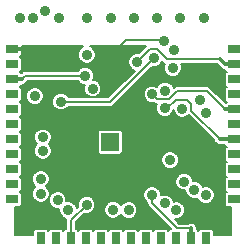
<source format=gbr>
G04 This is an RS-274x file exported by *
G04 gerbv version 2.6.0 *
G04 More information is available about gerbv at *
G04 http://gerbv.gpleda.org/ *
G04 --End of header info--*
%MOIN*%
%FSLAX34Y34*%
%IPPOS*%
G04 --Define apertures--*
%ADD10C,0.0039*%
%ADD11R,0.0600X0.0600*%
%ADD12R,0.0276X0.0394*%
%ADD13R,0.0394X0.0276*%
%ADD14C,0.0350*%
%ADD15C,0.0080*%
%ADD16C,0.0140*%
%ADD17C,0.0081*%
G04 --Start main section--*
G54D11*
G01X-000433Y-001594D03*
G54D12*
G01X0002750Y-004793D03*
G01X0002250Y-004793D03*
G54D10*
G36*
G01X-003897Y0001362D02*
G01X-003897Y0001637D01*
G01X-003503Y0001637D01*
G01X-003503Y0001362D01*
G01X-003897Y0001362D01*
G01X-003897Y0001362D01*
G37*
G36*
G01X-003897Y-003637D02*
G01X-003897Y-003362D01*
G01X-003503Y-003362D01*
G01X-003503Y-003637D01*
G01X-003897Y-003637D01*
G01X-003897Y-003637D01*
G37*
G36*
G01X-003897Y0000862D02*
G01X-003897Y0001137D01*
G01X-003503Y0001137D01*
G01X-003503Y0000862D01*
G01X-003897Y0000862D01*
G01X-003897Y0000862D01*
G37*
G36*
G01X-003897Y0000362D02*
G01X-003897Y0000637D01*
G01X-003503Y0000637D01*
G01X-003503Y0000362D01*
G01X-003897Y0000362D01*
G01X-003897Y0000362D01*
G37*
G36*
G01X-003897Y-000137D02*
G01X-003897Y0000137D01*
G01X-003503Y0000137D01*
G01X-003503Y-000137D01*
G01X-003897Y-000137D01*
G01X-003897Y-000137D01*
G37*
G36*
G01X-003897Y-000637D02*
G01X-003897Y-000362D01*
G01X-003503Y-000362D01*
G01X-003503Y-000637D01*
G01X-003897Y-000637D01*
G01X-003897Y-000637D01*
G37*
G36*
G01X-003897Y-001137D02*
G01X-003897Y-000862D01*
G01X-003503Y-000862D01*
G01X-003503Y-001137D01*
G01X-003897Y-001137D01*
G01X-003897Y-001137D01*
G37*
G36*
G01X-003897Y-001637D02*
G01X-003897Y-001362D01*
G01X-003503Y-001362D01*
G01X-003503Y-001637D01*
G01X-003897Y-001637D01*
G01X-003897Y-001637D01*
G37*
G36*
G01X-003897Y-002137D02*
G01X-003897Y-001862D01*
G01X-003503Y-001862D01*
G01X-003503Y-002137D01*
G01X-003897Y-002137D01*
G01X-003897Y-002137D01*
G37*
G36*
G01X-003897Y-002637D02*
G01X-003897Y-002362D01*
G01X-003503Y-002362D01*
G01X-003503Y-002637D01*
G01X-003897Y-002637D01*
G01X-003897Y-002637D01*
G37*
G36*
G01X-003897Y-003137D02*
G01X-003897Y-002862D01*
G01X-003503Y-002862D01*
G01X-003503Y-003137D01*
G01X-003897Y-003137D01*
G01X-003897Y-003137D01*
G37*
G54D12*
G01X-002750Y-004793D03*
G01X-002250Y-004793D03*
G01X-001750Y-004793D03*
G01X-001250Y-004793D03*
G01X-000750Y-004793D03*
G01X-000250Y-004793D03*
G01X0000250Y-004793D03*
G01X0000750Y-004793D03*
G01X0001250Y-004793D03*
G01X0001750Y-004793D03*
G54D13*
G01X0003700Y0001500D03*
G01X0003700Y-003500D03*
G01X0003700Y-003000D03*
G01X0003700Y-002500D03*
G01X0003700Y-002000D03*
G01X0003700Y-001500D03*
G01X0003700Y-001000D03*
G01X0003700Y-000500D03*
G01X0003700Y0000000D03*
G01X0003700Y0000500D03*
G01X0003700Y0001000D03*
G54D14*
G01X-002377Y0000267D03*
G01X0001964Y-000937D03*
G01X0001355Y0001778D03*
G01X0001897Y0002555D03*
G01X-001196Y0002555D03*
G01X-001224Y0001321D03*
G01X-000421Y0002555D03*
G01X0000354Y0002555D03*
G01X0001137Y0002555D03*
G01X0002677Y0002555D03*
G01X-003460Y0002555D03*
G01X-003027Y0002555D03*
G01X-002149Y0002555D03*
G01X-002618Y0002763D03*
G01X0002024Y-002909D03*
G01X0002755Y-000617D03*
G01X-001228Y-003677D03*
G01X0001011Y0001196D03*
G01X-002078Y-000242D03*
G01X0001643Y0000879D03*
G01X0001969Y-000484D03*
G01X-002192Y-003523D03*
G01X-000338Y-003852D03*
G01X0000173Y-003862D03*
G01X-002755Y-002830D03*
G01X-002751Y-003314D03*
G01X0000963Y-003364D03*
G01X0001381Y-003636D03*
G01X0002751Y-003362D03*
G01X0002358Y-003185D03*
G01X0001562Y-002193D03*
G01X0002540Y-000187D03*
G01X0001378Y-000461D03*
G01X0001399Y0000128D03*
G01X0000969Y-000001D03*
G01X0000459Y0001077D03*
G01X-001270Y0000612D03*
G01X-002690Y-001437D03*
G01X-001026Y0000192D03*
G01X0001699Y0001483D03*
G01X-001834Y-003866D03*
G01X-002956Y-000064D03*
G01X0001760Y-003866D03*
G01X-002684Y-001875D03*
G54D15*
G01X-002377Y0000267D02*
G01X-002377Y-000730D01*
G01X-002377Y-000730D02*
G01X-002171Y-000937D01*
G01X-002377Y0000267D02*
G01X-002084Y0000267D01*
G01X-002084Y0000267D02*
G01X-001875Y0000058D01*
G54D16*
G01X-003759Y0001500D02*
G01X-003751Y0001507D01*
G01X-003751Y0001507D02*
G01X-003383Y0001507D01*
G54D15*
G01X-002171Y-000937D02*
G01X0001964Y-000937D01*
G01X-003759Y0001507D02*
G01X-003383Y0001507D01*
G01X-001714Y-000102D02*
G01X-001875Y0000058D01*
G01X-000903Y-000102D02*
G01X-001714Y-000102D01*
G01X-000719Y0000082D02*
G01X-000903Y-000102D01*
G01X-000719Y0000985D02*
G01X-000719Y0000082D01*
G01X-002861Y0000985D02*
G01X-003383Y0001507D01*
G01X-000719Y0000985D02*
G01X-002861Y0000985D01*
G01X0000102Y0001807D02*
G01X-000719Y0000985D01*
G01X0001327Y0001807D02*
G01X0000102Y0001807D01*
G01X0001355Y0001778D02*
G01X0001327Y0001807D01*
G01X-001750Y-004852D02*
G01X-001750Y-004198D01*
G01X-001750Y-004198D02*
G01X-001228Y-003677D01*
G01X-000447Y-000262D02*
G01X0001011Y0001196D01*
G01X-002058Y-000262D02*
G01X-000447Y-000262D01*
G01X-002078Y-000242D02*
G01X-002058Y-000262D01*
G54D16*
G01X0002250Y-004852D02*
G01X0002250Y-004468D01*
G54D15*
G01X0002250Y-004844D02*
G01X0002250Y-004468D01*
G01X0000963Y-003636D02*
G01X0000963Y-003364D01*
G01X0001795Y-004468D02*
G01X0000963Y-003636D01*
G01X0002250Y-004468D02*
G01X0001795Y-004468D01*
G54D16*
G01X0003759Y-001500D02*
G01X0003214Y-001500D01*
G01X0003214Y-001500D02*
G01X0003206Y-001492D01*
G54D15*
G01X0003206Y-001492D02*
G01X0003759Y-001492D01*
G01X0002264Y-000549D02*
G01X0003206Y-001492D01*
G01X0002264Y-000332D02*
G01X0002264Y-000549D01*
G01X0002106Y-000175D02*
G01X0002264Y-000332D01*
G01X0001739Y-000175D02*
G01X0002106Y-000175D01*
G01X0001453Y-000461D02*
G01X0001739Y-000175D01*
G01X0001378Y-000461D02*
G01X0001453Y-000461D01*
G54D16*
G01X0003759Y-000500D02*
G01X0003391Y-000500D01*
G01X0003391Y-000500D02*
G01X0003383Y-000492D01*
G54D15*
G01X0003759Y-000492D02*
G01X0003383Y-000492D01*
G01X0002781Y0000110D02*
G01X0003383Y-000492D01*
G01X0001798Y0000110D02*
G01X0002781Y0000110D01*
G01X0001521Y-000166D02*
G01X0001798Y0000110D01*
G01X0001133Y-000166D02*
G01X0001521Y-000166D01*
G01X0000969Y-000001D02*
G01X0001133Y-000166D01*
G01X0000459Y0001077D02*
G01X0000463Y0001077D01*
G01X0000463Y0001077D02*
G01X0000897Y0001511D01*
G54D16*
G01X0003759Y0001000D02*
G01X0003391Y0001000D01*
G01X0003391Y0001000D02*
G01X0003217Y0001174D01*
G54D15*
G01X0003759Y0001007D02*
G01X0003383Y0001007D01*
G01X0001113Y0001511D02*
G01X0000897Y0001511D01*
G01X0001451Y0001174D02*
G01X0001113Y0001511D01*
G01X0003217Y0001174D02*
G01X0001451Y0001174D01*
G01X0003383Y0001007D02*
G01X0003217Y0001174D01*
G54D16*
G01X-003759Y0000500D02*
G01X-003391Y0000500D01*
G01X-003391Y0000500D02*
G01X-003383Y0000507D01*
G54D15*
G01X-003759Y0000507D02*
G01X-003383Y0000507D01*
G01X-003278Y0000612D02*
G01X-001270Y0000612D01*
G01X-003383Y0000507D02*
G01X-003278Y0000612D01*
G54D10*
G36*
G01X0000755Y0001597D02*
G01X0000527Y0001369D01*
G01X0000518Y0001373D01*
G01X0000400Y0001373D01*
G01X0000291Y0001328D01*
G01X0000208Y0001245D01*
G01X0000163Y0001136D01*
G01X0000162Y0001018D01*
G01X0000207Y0000909D01*
G01X0000291Y0000826D01*
G01X0000377Y0000790D01*
G01X-000514Y-000101D01*
G01X-000963Y-000101D01*
G01X-000858Y-000058D01*
G01X-000775Y0000024D01*
G01X-000730Y0000133D01*
G01X-000730Y0000251D01*
G01X-000775Y0000360D01*
G01X-000858Y0000443D01*
G01X-000967Y0000489D01*
G01X-001001Y0000489D01*
G01X-000974Y0000553D01*
G01X-000974Y0000671D01*
G01X-001019Y0000780D01*
G01X-001102Y0000864D01*
G01X-001211Y0000909D01*
G01X-001329Y0000909D01*
G01X-001438Y0000864D01*
G01X-001521Y0000781D01*
G01X-001524Y0000774D01*
G01X-003278Y0000774D01*
G01X-003340Y0000762D01*
G01X-003392Y0000727D01*
G01X-003407Y0000712D01*
G01X-003435Y0000740D01*
G01X-003457Y0000750D01*
G01X-003435Y0000759D01*
G01X-003401Y0000793D01*
G01X-003382Y0000838D01*
G01X-003382Y0000886D01*
G01X-003382Y0001161D01*
G01X-003401Y0001206D01*
G01X-003435Y0001240D01*
G01X-003457Y0001250D01*
G01X-003435Y0001259D01*
G01X-003401Y0001293D01*
G01X-003382Y0001338D01*
G01X-003382Y0001386D01*
G01X-003382Y0001597D01*
G01X-001333Y0001597D01*
G01X-001391Y0001573D01*
G01X-001475Y0001489D01*
G01X-001520Y0001381D01*
G01X-001520Y0001263D01*
G01X-001475Y0001154D01*
G01X-001392Y0001070D01*
G01X-001283Y0001025D01*
G01X-001165Y0001025D01*
G01X-001056Y0001070D01*
G01X-000973Y0001153D01*
G01X-000928Y0001262D01*
G01X-000927Y0001380D01*
G01X-000972Y0001489D01*
G01X-001056Y0001572D01*
G01X-001115Y0001597D01*
G01X0000755Y0001597D01*
G01X0000755Y0001597D01*
G37*
G54D17*
G01X0000755Y0001597D02*
G01X0000527Y0001369D01*
G01X0000527Y0001369D02*
G01X0000518Y0001373D01*
G01X0000518Y0001373D02*
G01X0000400Y0001373D01*
G01X0000400Y0001373D02*
G01X0000291Y0001328D01*
G01X0000291Y0001328D02*
G01X0000208Y0001245D01*
G01X0000208Y0001245D02*
G01X0000163Y0001136D01*
G01X0000163Y0001136D02*
G01X0000162Y0001018D01*
G01X0000162Y0001018D02*
G01X0000207Y0000909D01*
G01X0000207Y0000909D02*
G01X0000291Y0000826D01*
G01X0000291Y0000826D02*
G01X0000377Y0000790D01*
G01X0000377Y0000790D02*
G01X-000514Y-000101D01*
G01X-000514Y-000101D02*
G01X-000963Y-000101D01*
G01X-000963Y-000101D02*
G01X-000858Y-000058D01*
G01X-000858Y-000058D02*
G01X-000775Y0000024D01*
G01X-000775Y0000024D02*
G01X-000730Y0000133D01*
G01X-000730Y0000133D02*
G01X-000730Y0000251D01*
G01X-000730Y0000251D02*
G01X-000775Y0000360D01*
G01X-000775Y0000360D02*
G01X-000858Y0000443D01*
G01X-000858Y0000443D02*
G01X-000967Y0000489D01*
G01X-000967Y0000489D02*
G01X-001001Y0000489D01*
G01X-001001Y0000489D02*
G01X-000974Y0000553D01*
G01X-000974Y0000553D02*
G01X-000974Y0000671D01*
G01X-000974Y0000671D02*
G01X-001019Y0000780D01*
G01X-001019Y0000780D02*
G01X-001102Y0000864D01*
G01X-001102Y0000864D02*
G01X-001211Y0000909D01*
G01X-001211Y0000909D02*
G01X-001329Y0000909D01*
G01X-001329Y0000909D02*
G01X-001438Y0000864D01*
G01X-001438Y0000864D02*
G01X-001521Y0000781D01*
G01X-001521Y0000781D02*
G01X-001524Y0000774D01*
G01X-001524Y0000774D02*
G01X-003278Y0000774D01*
G01X-003278Y0000774D02*
G01X-003340Y0000762D01*
G01X-003340Y0000762D02*
G01X-003392Y0000727D01*
G01X-003392Y0000727D02*
G01X-003407Y0000712D01*
G01X-003407Y0000712D02*
G01X-003435Y0000740D01*
G01X-003435Y0000740D02*
G01X-003457Y0000750D01*
G01X-003457Y0000750D02*
G01X-003435Y0000759D01*
G01X-003435Y0000759D02*
G01X-003401Y0000793D01*
G01X-003401Y0000793D02*
G01X-003382Y0000838D01*
G01X-003382Y0000838D02*
G01X-003382Y0000886D01*
G01X-003382Y0000886D02*
G01X-003382Y0001161D01*
G01X-003382Y0001161D02*
G01X-003401Y0001206D01*
G01X-003401Y0001206D02*
G01X-003435Y0001240D01*
G01X-003435Y0001240D02*
G01X-003457Y0001250D01*
G01X-003457Y0001250D02*
G01X-003435Y0001259D01*
G01X-003435Y0001259D02*
G01X-003401Y0001293D01*
G01X-003401Y0001293D02*
G01X-003382Y0001338D01*
G01X-003382Y0001338D02*
G01X-003382Y0001386D01*
G01X-003382Y0001386D02*
G01X-003382Y0001597D01*
G01X-003382Y0001597D02*
G01X-001333Y0001597D01*
G01X-001333Y0001597D02*
G01X-001391Y0001573D01*
G01X-001391Y0001573D02*
G01X-001475Y0001489D01*
G01X-001475Y0001489D02*
G01X-001520Y0001381D01*
G01X-001520Y0001381D02*
G01X-001520Y0001263D01*
G01X-001520Y0001263D02*
G01X-001475Y0001154D01*
G01X-001475Y0001154D02*
G01X-001392Y0001070D01*
G01X-001392Y0001070D02*
G01X-001283Y0001025D01*
G01X-001283Y0001025D02*
G01X-001165Y0001025D01*
G01X-001165Y0001025D02*
G01X-001056Y0001070D01*
G01X-001056Y0001070D02*
G01X-000973Y0001153D01*
G01X-000973Y0001153D02*
G01X-000928Y0001262D01*
G01X-000928Y0001262D02*
G01X-000927Y0001380D01*
G01X-000927Y0001380D02*
G01X-000972Y0001489D01*
G01X-000972Y0001489D02*
G01X-001056Y0001572D01*
G01X-001056Y0001572D02*
G01X-001115Y0001597D01*
G01X-001115Y0001597D02*
G01X0000755Y0001597D01*
G54D10*
G36*
G01X0003585Y-004687D02*
G01X0003048Y-004687D01*
G01X0003048Y-003303D01*
G01X0003003Y-003194D01*
G01X0002920Y-003111D01*
G01X0002811Y-003065D01*
G01X0002693Y-003065D01*
G01X0002638Y-003088D01*
G01X0002609Y-003017D01*
G01X0002526Y-002933D01*
G01X0002417Y-002888D01*
G01X0002320Y-002888D01*
G01X0002320Y-002850D01*
G01X0002275Y-002742D01*
G01X0002192Y-002658D01*
G01X0002083Y-002613D01*
G01X0001965Y-002613D01*
G01X0001858Y-002657D01*
G01X0001858Y-002135D01*
G01X0001813Y-002026D01*
G01X0001730Y-001942D01*
G01X0001621Y-001897D01*
G01X0001503Y-001897D01*
G01X0001394Y-001942D01*
G01X0001311Y-002025D01*
G01X0001266Y-002134D01*
G01X0001266Y-002252D01*
G01X0001311Y-002361D01*
G01X0001394Y-002444D01*
G01X0001503Y-002490D01*
G01X0001621Y-002490D01*
G01X0001730Y-002445D01*
G01X0001813Y-002361D01*
G01X0001858Y-002253D01*
G01X0001858Y-002135D01*
G01X0001858Y-002657D01*
G01X0001856Y-002658D01*
G01X0001773Y-002741D01*
G01X0001728Y-002850D01*
G01X0001728Y-002968D01*
G01X0001773Y-003077D01*
G01X0001856Y-003160D01*
G01X0001965Y-003205D01*
G01X0002061Y-003205D01*
G01X0002061Y-003243D01*
G01X0002106Y-003352D01*
G01X0002190Y-003436D01*
G01X0002299Y-003481D01*
G01X0002416Y-003481D01*
G01X0002471Y-003458D01*
G01X0002500Y-003529D01*
G01X0002583Y-003613D01*
G01X0002692Y-003658D01*
G01X0002810Y-003658D01*
G01X0002919Y-003613D01*
G01X0003003Y-003530D01*
G01X0003048Y-003421D01*
G01X0003048Y-003303D01*
G01X0003048Y-004687D01*
G01X0003009Y-004687D01*
G01X0003009Y-004572D01*
G01X0002990Y-004527D01*
G01X0002956Y-004493D01*
G01X0002911Y-004475D01*
G01X0002863Y-004475D01*
G01X0002588Y-004475D01*
G01X0002543Y-004493D01*
G01X0002509Y-004527D01*
G01X0002500Y-004550D01*
G01X0002490Y-004527D01*
G01X0002456Y-004493D01*
G01X0002441Y-004487D01*
G01X0002441Y-004468D01*
G01X0002426Y-004395D01*
G01X0002385Y-004333D01*
G01X0002323Y-004291D01*
G01X0002250Y-004277D01*
G01X0002176Y-004291D01*
G01X0002153Y-004307D01*
G01X0001862Y-004307D01*
G01X0001717Y-004162D01*
G01X0001818Y-004162D01*
G01X0001927Y-004117D01*
G01X0002011Y-004034D01*
G01X0002056Y-003925D01*
G01X0002056Y-003807D01*
G01X0002011Y-003698D01*
G01X0001928Y-003615D01*
G01X0001819Y-003569D01*
G01X0001701Y-003569D01*
G01X0001677Y-003579D01*
G01X0001677Y-003577D01*
G01X0001632Y-003468D01*
G01X0001549Y-003385D01*
G01X0001440Y-003340D01*
G01X0001322Y-003340D01*
G01X0001260Y-003365D01*
G01X0001260Y-003306D01*
G01X0001215Y-003197D01*
G01X0001131Y-003113D01*
G01X0001023Y-003068D01*
G01X0000905Y-003068D01*
G01X0000796Y-003113D01*
G01X0000712Y-003196D01*
G01X0000667Y-003305D01*
G01X0000667Y-003423D01*
G01X0000712Y-003532D01*
G01X0000795Y-003615D01*
G01X0000802Y-003618D01*
G01X0000802Y-003636D01*
G01X0000814Y-003698D01*
G01X0000849Y-003750D01*
G01X0001578Y-004479D01*
G01X0001543Y-004493D01*
G01X0001509Y-004527D01*
G01X0001500Y-004550D01*
G01X0001490Y-004527D01*
G01X0001456Y-004493D01*
G01X0001411Y-004475D01*
G01X0001363Y-004475D01*
G01X0001088Y-004475D01*
G01X0001043Y-004493D01*
G01X0001009Y-004527D01*
G01X0001000Y-004550D01*
G01X0000990Y-004527D01*
G01X0000956Y-004493D01*
G01X0000911Y-004475D01*
G01X0000863Y-004475D01*
G01X0000588Y-004475D01*
G01X0000543Y-004493D01*
G01X0000509Y-004527D01*
G01X0000500Y-004550D01*
G01X0000490Y-004527D01*
G01X0000470Y-004507D01*
G01X0000470Y-003803D01*
G01X0000425Y-003694D01*
G01X0000341Y-003611D01*
G01X0000232Y-003566D01*
G01X0000115Y-003566D01*
G01X0000006Y-003611D01*
G01X-000011Y-003628D01*
G01X-000011Y-001918D01*
G01X-000011Y-001870D01*
G01X-000011Y-001270D01*
G01X-000030Y-001225D01*
G01X-000064Y-001191D01*
G01X-000108Y-001173D01*
G01X-000157Y-001173D01*
G01X-000757Y-001173D01*
G01X-000801Y-001191D01*
G01X-000835Y-001225D01*
G01X-000854Y-001270D01*
G01X-000854Y-001318D01*
G01X-000854Y-001918D01*
G01X-000835Y-001963D01*
G01X-000801Y-001997D01*
G01X-000757Y-002015D01*
G01X-000708Y-002015D01*
G01X-000108Y-002015D01*
G01X-000064Y-001997D01*
G01X-000030Y-001963D01*
G01X-000011Y-001918D01*
G01X-000011Y-003628D01*
G01X-000077Y-003694D01*
G01X-000080Y-003701D01*
G01X-000087Y-003684D01*
G01X-000170Y-003601D01*
G01X-000279Y-003556D01*
G01X-000397Y-003556D01*
G01X-000506Y-003601D01*
G01X-000589Y-003684D01*
G01X-000635Y-003793D01*
G01X-000635Y-003911D01*
G01X-000590Y-004020D01*
G01X-000506Y-004103D01*
G01X-000398Y-004148D01*
G01X-000280Y-004148D01*
G01X-000171Y-004103D01*
G01X-000087Y-004020D01*
G01X-000084Y-004012D01*
G01X-000077Y-004029D01*
G01X0000005Y-004113D01*
G01X0000114Y-004158D01*
G01X0000232Y-004158D01*
G01X0000341Y-004113D01*
G01X0000424Y-004030D01*
G01X0000469Y-003921D01*
G01X0000470Y-003803D01*
G01X0000470Y-004507D01*
G01X0000456Y-004493D01*
G01X0000411Y-004475D01*
G01X0000363Y-004475D01*
G01X0000088Y-004475D01*
G01X0000043Y-004493D01*
G01X0000009Y-004527D01*
G01X0000000Y-004550D01*
G01X-000009Y-004527D01*
G01X-000043Y-004493D01*
G01X-000088Y-004475D01*
G01X-000136Y-004475D01*
G01X-000411Y-004475D01*
G01X-000456Y-004493D01*
G01X-000490Y-004527D01*
G01X-000500Y-004550D01*
G01X-000509Y-004527D01*
G01X-000543Y-004493D01*
G01X-000588Y-004475D01*
G01X-000636Y-004475D01*
G01X-000911Y-004475D01*
G01X-000956Y-004493D01*
G01X-000990Y-004527D01*
G01X-001000Y-004550D01*
G01X-001009Y-004527D01*
G01X-001043Y-004493D01*
G01X-001088Y-004475D01*
G01X-001136Y-004475D01*
G01X-001411Y-004475D01*
G01X-001456Y-004493D01*
G01X-001490Y-004527D01*
G01X-001500Y-004550D01*
G01X-001509Y-004527D01*
G01X-001543Y-004493D01*
G01X-001588Y-004475D01*
G01X-001588Y-004475D01*
G01X-001588Y-004265D01*
G01X-001293Y-003970D01*
G01X-001287Y-003973D01*
G01X-001169Y-003973D01*
G01X-001060Y-003928D01*
G01X-000977Y-003845D01*
G01X-000932Y-003736D01*
G01X-000931Y-003618D01*
G01X-000977Y-003509D01*
G01X-001060Y-003426D01*
G01X-001169Y-003380D01*
G01X-001287Y-003380D01*
G01X-001395Y-003425D01*
G01X-001479Y-003509D01*
G01X-001524Y-003617D01*
G01X-001524Y-003735D01*
G01X-001521Y-003742D01*
G01X-001552Y-003773D01*
G01X-001583Y-003698D01*
G01X-001666Y-003615D01*
G01X-001775Y-003569D01*
G01X-001893Y-003569D01*
G01X-001896Y-003571D01*
G01X-001896Y-003464D01*
G01X-001941Y-003356D01*
G01X-002024Y-003272D01*
G01X-002133Y-003227D01*
G01X-002251Y-003227D01*
G01X-002360Y-003272D01*
G01X-002388Y-003299D01*
G01X-002388Y-001817D01*
G01X-002433Y-001708D01*
G01X-002487Y-001653D01*
G01X-002438Y-001605D01*
G01X-002393Y-001496D01*
G01X-002393Y-001378D01*
G01X-002438Y-001269D01*
G01X-002521Y-001186D01*
G01X-002630Y-001140D01*
G01X-002660Y-001140D01*
G01X-002660Y-000006D01*
G01X-002705Y0000102D01*
G01X-002788Y0000186D01*
G01X-002897Y0000231D01*
G01X-003015Y0000231D01*
G01X-003124Y0000186D01*
G01X-003207Y0000103D01*
G01X-003252Y-000005D01*
G01X-003252Y-000123D01*
G01X-003207Y-000232D01*
G01X-003124Y-000315D01*
G01X-003015Y-000361D01*
G01X-002897Y-000361D01*
G01X-002788Y-000316D01*
G01X-002705Y-000232D01*
G01X-002660Y-000123D01*
G01X-002660Y-000006D01*
G01X-002660Y-001140D01*
G01X-002748Y-001140D01*
G01X-002857Y-001185D01*
G01X-002941Y-001269D01*
G01X-002986Y-001378D01*
G01X-002986Y-001495D01*
G01X-002941Y-001604D01*
G01X-002887Y-001659D01*
G01X-002935Y-001707D01*
G01X-002980Y-001816D01*
G01X-002980Y-001934D01*
G01X-002935Y-002043D01*
G01X-002852Y-002126D01*
G01X-002743Y-002172D01*
G01X-002625Y-002172D01*
G01X-002516Y-002127D01*
G01X-002433Y-002043D01*
G01X-002388Y-001935D01*
G01X-002388Y-001817D01*
G01X-002388Y-003299D01*
G01X-002443Y-003355D01*
G01X-002455Y-003383D01*
G01X-002455Y-003256D01*
G01X-002500Y-003147D01*
G01X-002577Y-003070D01*
G01X-002504Y-002998D01*
G01X-002459Y-002889D01*
G01X-002459Y-002772D01*
G01X-002504Y-002663D01*
G01X-002587Y-002579D01*
G01X-002696Y-002534D01*
G01X-002814Y-002534D01*
G01X-002923Y-002579D01*
G01X-003006Y-002662D01*
G01X-003052Y-002771D01*
G01X-003052Y-002889D01*
G01X-003007Y-002998D01*
G01X-002930Y-003074D01*
G01X-003003Y-003146D01*
G01X-003048Y-003255D01*
G01X-003048Y-003373D01*
G01X-003003Y-003482D01*
G01X-002920Y-003566D01*
G01X-002811Y-003611D01*
G01X-002693Y-003611D01*
G01X-002584Y-003566D01*
G01X-002500Y-003483D01*
G01X-002455Y-003374D01*
G01X-002455Y-003256D01*
G01X-002455Y-003383D01*
G01X-002489Y-003464D01*
G01X-002489Y-003582D01*
G01X-002444Y-003691D01*
G01X-002360Y-003774D01*
G01X-002252Y-003819D01*
G01X-002134Y-003819D01*
G01X-002130Y-003818D01*
G01X-002130Y-003924D01*
G01X-002085Y-004033D01*
G01X-002002Y-004117D01*
G01X-001903Y-004158D01*
G01X-001911Y-004198D01*
G01X-001911Y-004475D01*
G01X-001911Y-004475D01*
G01X-001956Y-004493D01*
G01X-001990Y-004527D01*
G01X-002000Y-004550D01*
G01X-002009Y-004527D01*
G01X-002043Y-004493D01*
G01X-002088Y-004475D01*
G01X-002136Y-004475D01*
G01X-002411Y-004475D01*
G01X-002456Y-004493D01*
G01X-002490Y-004527D01*
G01X-002500Y-004550D01*
G01X-002509Y-004527D01*
G01X-002543Y-004493D01*
G01X-002588Y-004475D01*
G01X-002636Y-004475D01*
G01X-002911Y-004475D01*
G01X-002956Y-004493D01*
G01X-002990Y-004527D01*
G01X-003009Y-004572D01*
G01X-003009Y-004620D01*
G01X-003009Y-004687D01*
G01X-003597Y-004687D01*
G01X-003597Y-003759D01*
G01X-003479Y-003759D01*
G01X-003435Y-003740D01*
G01X-003401Y-003706D01*
G01X-003382Y-003661D01*
G01X-003382Y-003613D01*
G01X-003382Y-003338D01*
G01X-003401Y-003293D01*
G01X-003435Y-003259D01*
G01X-003457Y-003250D01*
G01X-003435Y-003240D01*
G01X-003401Y-003206D01*
G01X-003382Y-003161D01*
G01X-003382Y-003113D01*
G01X-003382Y-002838D01*
G01X-003401Y-002793D01*
G01X-003435Y-002759D01*
G01X-003457Y-002750D01*
G01X-003435Y-002740D01*
G01X-003401Y-002706D01*
G01X-003382Y-002661D01*
G01X-003382Y-002613D01*
G01X-003382Y-002338D01*
G01X-003401Y-002293D01*
G01X-003435Y-002259D01*
G01X-003457Y-002250D01*
G01X-003435Y-002240D01*
G01X-003401Y-002206D01*
G01X-003382Y-002161D01*
G01X-003382Y-002113D01*
G01X-003382Y-001838D01*
G01X-003401Y-001793D01*
G01X-003435Y-001759D01*
G01X-003457Y-001750D01*
G01X-003435Y-001740D01*
G01X-003401Y-001706D01*
G01X-003382Y-001661D01*
G01X-003382Y-001613D01*
G01X-003382Y-001338D01*
G01X-003401Y-001293D01*
G01X-003435Y-001259D01*
G01X-003457Y-001250D01*
G01X-003435Y-001240D01*
G01X-003401Y-001206D01*
G01X-003382Y-001161D01*
G01X-003382Y-001113D01*
G01X-003382Y-000838D01*
G01X-003401Y-000793D01*
G01X-003435Y-000759D01*
G01X-003457Y-000750D01*
G01X-003435Y-000740D01*
G01X-003401Y-000706D01*
G01X-003382Y-000661D01*
G01X-003382Y-000613D01*
G01X-003382Y-000338D01*
G01X-003401Y-000293D01*
G01X-003435Y-000259D01*
G01X-003457Y-000250D01*
G01X-003435Y-000240D01*
G01X-003401Y-000206D01*
G01X-003382Y-000161D01*
G01X-003382Y-000113D01*
G01X-003382Y0000161D01*
G01X-003401Y0000206D01*
G01X-003435Y0000240D01*
G01X-003457Y0000250D01*
G01X-003435Y0000259D01*
G01X-003401Y0000293D01*
G01X-003394Y0000308D01*
G01X-003391Y0000308D01*
G01X-003318Y0000323D01*
G01X-003256Y0000364D01*
G01X-003248Y0000372D01*
G01X-003207Y0000434D01*
G01X-003203Y0000451D01*
G01X-001524Y0000451D01*
G01X-001521Y0000445D01*
G01X-001438Y0000361D01*
G01X-001329Y0000316D01*
G01X-001295Y0000316D01*
G01X-001322Y0000252D01*
G01X-001322Y0000134D01*
G01X-001277Y0000025D01*
G01X-001194Y-000058D01*
G01X-001089Y-000101D01*
G01X-001816Y-000101D01*
G01X-001827Y-000074D01*
G01X-001910Y0000008D01*
G01X-002019Y0000053D01*
G01X-002137Y0000053D01*
G01X-002246Y0000008D01*
G01X-002329Y-000074D01*
G01X-002374Y-000183D01*
G01X-002375Y-000301D01*
G01X-002330Y-000410D01*
G01X-002246Y-000493D01*
G01X-002137Y-000538D01*
G01X-002020Y-000538D01*
G01X-001911Y-000493D01*
G01X-001841Y-000424D01*
G01X-000447Y-000424D01*
G01X-000386Y-000411D01*
G01X-000333Y-000377D01*
G01X0000946Y0000902D01*
G01X0000952Y0000900D01*
G01X0001070Y0000900D01*
G01X0001179Y0000945D01*
G01X0001262Y0001028D01*
G01X0001293Y0001103D01*
G01X0001337Y0001060D01*
G01X0001385Y0001028D01*
G01X0001347Y0000938D01*
G01X0001347Y0000820D01*
G01X0001392Y0000711D01*
G01X0001475Y0000628D01*
G01X0001584Y0000582D01*
G01X0001702Y0000582D01*
G01X0001811Y0000627D01*
G01X0001894Y0000711D01*
G01X0001940Y0000820D01*
G01X0001940Y0000937D01*
G01X0001909Y0001013D01*
G01X0003108Y0001013D01*
G01X0003256Y0000864D01*
G01X0003318Y0000823D01*
G01X0003391Y0000808D01*
G01X0003394Y0000808D01*
G01X0003401Y0000793D01*
G01X0003435Y0000759D01*
G01X0003457Y0000750D01*
G01X0003435Y0000740D01*
G01X0003401Y0000706D01*
G01X0003382Y0000661D01*
G01X0003382Y0000613D01*
G01X0003382Y0000338D01*
G01X0003401Y0000293D01*
G01X0003435Y0000259D01*
G01X0003457Y0000250D01*
G01X0003435Y0000240D01*
G01X0003401Y0000206D01*
G01X0003382Y0000161D01*
G01X0003382Y0000113D01*
G01X0003382Y-000161D01*
G01X0003401Y-000206D01*
G01X0003435Y-000240D01*
G01X0003457Y-000250D01*
G01X0003435Y-000259D01*
G01X0003407Y-000287D01*
G01X0002895Y0000224D01*
G01X0002842Y0000259D01*
G01X0002781Y0000271D01*
G01X0001798Y0000271D01*
G01X0001798Y0000271D01*
G01X0001736Y0000259D01*
G01X0001684Y0000224D01*
G01X0001681Y0000221D01*
G01X0001650Y0000296D01*
G01X0001567Y0000379D01*
G01X0001458Y0000425D01*
G01X0001340Y0000425D01*
G01X0001231Y0000380D01*
G01X0001148Y0000296D01*
G01X0001129Y0000252D01*
G01X0001028Y0000294D01*
G01X0000910Y0000294D01*
G01X0000801Y0000249D01*
G01X0000718Y0000166D01*
G01X0000673Y0000057D01*
G01X0000672Y-000060D01*
G01X0000717Y-000169D01*
G01X0000801Y-000252D01*
G01X0000910Y-000298D01*
G01X0001027Y-000298D01*
G01X0001039Y-000293D01*
G01X0001071Y-000315D01*
G01X0001115Y-000323D01*
G01X0001082Y-000402D01*
G01X0001082Y-000520D01*
G01X0001127Y-000629D01*
G01X0001210Y-000712D01*
G01X0001319Y-000757D01*
G01X0001437Y-000757D01*
G01X0001546Y-000712D01*
G01X0001629Y-000629D01*
G01X0001672Y-000526D01*
G01X0001672Y-000542D01*
G01X0001717Y-000651D01*
G01X0001800Y-000735D01*
G01X0001909Y-000780D01*
G01X0002027Y-000780D01*
G01X0002136Y-000735D01*
G01X0002179Y-000692D01*
G01X0003024Y-001538D01*
G01X0003029Y-001565D01*
G01X0003071Y-001627D01*
G01X0003079Y-001635D01*
G01X0003141Y-001676D01*
G01X0003214Y-001691D01*
G01X0003394Y-001691D01*
G01X0003401Y-001706D01*
G01X0003435Y-001740D01*
G01X0003457Y-001750D01*
G01X0003435Y-001759D01*
G01X0003401Y-001793D01*
G01X0003382Y-001838D01*
G01X0003382Y-001886D01*
G01X0003382Y-002161D01*
G01X0003401Y-002206D01*
G01X0003435Y-002240D01*
G01X0003457Y-002250D01*
G01X0003435Y-002259D01*
G01X0003401Y-002293D01*
G01X0003382Y-002338D01*
G01X0003382Y-002386D01*
G01X0003382Y-002661D01*
G01X0003401Y-002706D01*
G01X0003435Y-002740D01*
G01X0003457Y-002750D01*
G01X0003435Y-002759D01*
G01X0003401Y-002793D01*
G01X0003382Y-002838D01*
G01X0003382Y-002886D01*
G01X0003382Y-003161D01*
G01X0003401Y-003206D01*
G01X0003435Y-003240D01*
G01X0003457Y-003250D01*
G01X0003435Y-003259D01*
G01X0003401Y-003293D01*
G01X0003382Y-003338D01*
G01X0003382Y-003386D01*
G01X0003382Y-003661D01*
G01X0003401Y-003706D01*
G01X0003435Y-003740D01*
G01X0003479Y-003759D01*
G01X0003528Y-003759D01*
G01X0003585Y-003759D01*
G01X0003585Y-004687D01*
G01X0003585Y-004687D01*
G37*
G54D17*
G01X0003585Y-004687D02*
G01X0003048Y-004687D01*
G01X0003048Y-004687D02*
G01X0003048Y-003303D01*
G01X0003048Y-003303D02*
G01X0003003Y-003194D01*
G01X0003003Y-003194D02*
G01X0002920Y-003111D01*
G01X0002920Y-003111D02*
G01X0002811Y-003065D01*
G01X0002811Y-003065D02*
G01X0002693Y-003065D01*
G01X0002693Y-003065D02*
G01X0002638Y-003088D01*
G01X0002638Y-003088D02*
G01X0002609Y-003017D01*
G01X0002609Y-003017D02*
G01X0002526Y-002933D01*
G01X0002526Y-002933D02*
G01X0002417Y-002888D01*
G01X0002417Y-002888D02*
G01X0002320Y-002888D01*
G01X0002320Y-002888D02*
G01X0002320Y-002850D01*
G01X0002320Y-002850D02*
G01X0002275Y-002742D01*
G01X0002275Y-002742D02*
G01X0002192Y-002658D01*
G01X0002192Y-002658D02*
G01X0002083Y-002613D01*
G01X0002083Y-002613D02*
G01X0001965Y-002613D01*
G01X0001965Y-002613D02*
G01X0001858Y-002657D01*
G01X0001858Y-002657D02*
G01X0001858Y-002135D01*
G01X0001858Y-002135D02*
G01X0001813Y-002026D01*
G01X0001813Y-002026D02*
G01X0001730Y-001942D01*
G01X0001730Y-001942D02*
G01X0001621Y-001897D01*
G01X0001621Y-001897D02*
G01X0001503Y-001897D01*
G01X0001503Y-001897D02*
G01X0001394Y-001942D01*
G01X0001394Y-001942D02*
G01X0001311Y-002025D01*
G01X0001311Y-002025D02*
G01X0001266Y-002134D01*
G01X0001266Y-002134D02*
G01X0001266Y-002252D01*
G01X0001266Y-002252D02*
G01X0001311Y-002361D01*
G01X0001311Y-002361D02*
G01X0001394Y-002444D01*
G01X0001394Y-002444D02*
G01X0001503Y-002490D01*
G01X0001503Y-002490D02*
G01X0001621Y-002490D01*
G01X0001621Y-002490D02*
G01X0001730Y-002445D01*
G01X0001730Y-002445D02*
G01X0001813Y-002361D01*
G01X0001813Y-002361D02*
G01X0001858Y-002253D01*
G01X0001858Y-002253D02*
G01X0001858Y-002135D01*
G01X0001858Y-002135D02*
G01X0001858Y-002657D01*
G01X0001858Y-002657D02*
G01X0001856Y-002658D01*
G01X0001856Y-002658D02*
G01X0001773Y-002741D01*
G01X0001773Y-002741D02*
G01X0001728Y-002850D01*
G01X0001728Y-002850D02*
G01X0001728Y-002968D01*
G01X0001728Y-002968D02*
G01X0001773Y-003077D01*
G01X0001773Y-003077D02*
G01X0001856Y-003160D01*
G01X0001856Y-003160D02*
G01X0001965Y-003205D01*
G01X0001965Y-003205D02*
G01X0002061Y-003205D01*
G01X0002061Y-003205D02*
G01X0002061Y-003243D01*
G01X0002061Y-003243D02*
G01X0002106Y-003352D01*
G01X0002106Y-003352D02*
G01X0002190Y-003436D01*
G01X0002190Y-003436D02*
G01X0002299Y-003481D01*
G01X0002299Y-003481D02*
G01X0002416Y-003481D01*
G01X0002416Y-003481D02*
G01X0002471Y-003458D01*
G01X0002471Y-003458D02*
G01X0002500Y-003529D01*
G01X0002500Y-003529D02*
G01X0002583Y-003613D01*
G01X0002583Y-003613D02*
G01X0002692Y-003658D01*
G01X0002692Y-003658D02*
G01X0002810Y-003658D01*
G01X0002810Y-003658D02*
G01X0002919Y-003613D01*
G01X0002919Y-003613D02*
G01X0003003Y-003530D01*
G01X0003003Y-003530D02*
G01X0003048Y-003421D01*
G01X0003048Y-003421D02*
G01X0003048Y-003303D01*
G01X0003048Y-003303D02*
G01X0003048Y-004687D01*
G01X0003048Y-004687D02*
G01X0003009Y-004687D01*
G01X0003009Y-004687D02*
G01X0003009Y-004572D01*
G01X0003009Y-004572D02*
G01X0002990Y-004527D01*
G01X0002990Y-004527D02*
G01X0002956Y-004493D01*
G01X0002956Y-004493D02*
G01X0002911Y-004475D01*
G01X0002911Y-004475D02*
G01X0002863Y-004475D01*
G01X0002863Y-004475D02*
G01X0002588Y-004475D01*
G01X0002588Y-004475D02*
G01X0002543Y-004493D01*
G01X0002543Y-004493D02*
G01X0002509Y-004527D01*
G01X0002509Y-004527D02*
G01X0002500Y-004550D01*
G01X0002500Y-004550D02*
G01X0002490Y-004527D01*
G01X0002490Y-004527D02*
G01X0002456Y-004493D01*
G01X0002456Y-004493D02*
G01X0002441Y-004487D01*
G01X0002441Y-004487D02*
G01X0002441Y-004468D01*
G01X0002441Y-004468D02*
G01X0002426Y-004395D01*
G01X0002426Y-004395D02*
G01X0002385Y-004333D01*
G01X0002385Y-004333D02*
G01X0002323Y-004291D01*
G01X0002323Y-004291D02*
G01X0002250Y-004277D01*
G01X0002250Y-004277D02*
G01X0002176Y-004291D01*
G01X0002176Y-004291D02*
G01X0002153Y-004307D01*
G01X0002153Y-004307D02*
G01X0001862Y-004307D01*
G01X0001862Y-004307D02*
G01X0001717Y-004162D01*
G01X0001717Y-004162D02*
G01X0001818Y-004162D01*
G01X0001818Y-004162D02*
G01X0001927Y-004117D01*
G01X0001927Y-004117D02*
G01X0002011Y-004034D01*
G01X0002011Y-004034D02*
G01X0002056Y-003925D01*
G01X0002056Y-003925D02*
G01X0002056Y-003807D01*
G01X0002056Y-003807D02*
G01X0002011Y-003698D01*
G01X0002011Y-003698D02*
G01X0001928Y-003615D01*
G01X0001928Y-003615D02*
G01X0001819Y-003569D01*
G01X0001819Y-003569D02*
G01X0001701Y-003569D01*
G01X0001701Y-003569D02*
G01X0001677Y-003579D01*
G01X0001677Y-003579D02*
G01X0001677Y-003577D01*
G01X0001677Y-003577D02*
G01X0001632Y-003468D01*
G01X0001632Y-003468D02*
G01X0001549Y-003385D01*
G01X0001549Y-003385D02*
G01X0001440Y-003340D01*
G01X0001440Y-003340D02*
G01X0001322Y-003340D01*
G01X0001322Y-003340D02*
G01X0001260Y-003365D01*
G01X0001260Y-003365D02*
G01X0001260Y-003306D01*
G01X0001260Y-003306D02*
G01X0001215Y-003197D01*
G01X0001215Y-003197D02*
G01X0001131Y-003113D01*
G01X0001131Y-003113D02*
G01X0001023Y-003068D01*
G01X0001023Y-003068D02*
G01X0000905Y-003068D01*
G01X0000905Y-003068D02*
G01X0000796Y-003113D01*
G01X0000796Y-003113D02*
G01X0000712Y-003196D01*
G01X0000712Y-003196D02*
G01X0000667Y-003305D01*
G01X0000667Y-003305D02*
G01X0000667Y-003423D01*
G01X0000667Y-003423D02*
G01X0000712Y-003532D01*
G01X0000712Y-003532D02*
G01X0000795Y-003615D01*
G01X0000795Y-003615D02*
G01X0000802Y-003618D01*
G01X0000802Y-003618D02*
G01X0000802Y-003636D01*
G01X0000802Y-003636D02*
G01X0000814Y-003698D01*
G01X0000814Y-003698D02*
G01X0000849Y-003750D01*
G01X0000849Y-003750D02*
G01X0001578Y-004479D01*
G01X0001578Y-004479D02*
G01X0001543Y-004493D01*
G01X0001543Y-004493D02*
G01X0001509Y-004527D01*
G01X0001509Y-004527D02*
G01X0001500Y-004550D01*
G01X0001500Y-004550D02*
G01X0001490Y-004527D01*
G01X0001490Y-004527D02*
G01X0001456Y-004493D01*
G01X0001456Y-004493D02*
G01X0001411Y-004475D01*
G01X0001411Y-004475D02*
G01X0001363Y-004475D01*
G01X0001363Y-004475D02*
G01X0001088Y-004475D01*
G01X0001088Y-004475D02*
G01X0001043Y-004493D01*
G01X0001043Y-004493D02*
G01X0001009Y-004527D01*
G01X0001009Y-004527D02*
G01X0001000Y-004550D01*
G01X0001000Y-004550D02*
G01X0000990Y-004527D01*
G01X0000990Y-004527D02*
G01X0000956Y-004493D01*
G01X0000956Y-004493D02*
G01X0000911Y-004475D01*
G01X0000911Y-004475D02*
G01X0000863Y-004475D01*
G01X0000863Y-004475D02*
G01X0000588Y-004475D01*
G01X0000588Y-004475D02*
G01X0000543Y-004493D01*
G01X0000543Y-004493D02*
G01X0000509Y-004527D01*
G01X0000509Y-004527D02*
G01X0000500Y-004550D01*
G01X0000500Y-004550D02*
G01X0000490Y-004527D01*
G01X0000490Y-004527D02*
G01X0000470Y-004507D01*
G01X0000470Y-004507D02*
G01X0000470Y-003803D01*
G01X0000470Y-003803D02*
G01X0000425Y-003694D01*
G01X0000425Y-003694D02*
G01X0000341Y-003611D01*
G01X0000341Y-003611D02*
G01X0000232Y-003566D01*
G01X0000232Y-003566D02*
G01X0000115Y-003566D01*
G01X0000115Y-003566D02*
G01X0000006Y-003611D01*
G01X0000006Y-003611D02*
G01X-000011Y-003628D01*
G01X-000011Y-003628D02*
G01X-000011Y-001918D01*
G01X-000011Y-001918D02*
G01X-000011Y-001870D01*
G01X-000011Y-001870D02*
G01X-000011Y-001270D01*
G01X-000011Y-001270D02*
G01X-000030Y-001225D01*
G01X-000030Y-001225D02*
G01X-000064Y-001191D01*
G01X-000064Y-001191D02*
G01X-000108Y-001173D01*
G01X-000108Y-001173D02*
G01X-000157Y-001173D01*
G01X-000157Y-001173D02*
G01X-000757Y-001173D01*
G01X-000757Y-001173D02*
G01X-000801Y-001191D01*
G01X-000801Y-001191D02*
G01X-000835Y-001225D01*
G01X-000835Y-001225D02*
G01X-000854Y-001270D01*
G01X-000854Y-001270D02*
G01X-000854Y-001318D01*
G01X-000854Y-001318D02*
G01X-000854Y-001918D01*
G01X-000854Y-001918D02*
G01X-000835Y-001963D01*
G01X-000835Y-001963D02*
G01X-000801Y-001997D01*
G01X-000801Y-001997D02*
G01X-000757Y-002015D01*
G01X-000757Y-002015D02*
G01X-000708Y-002015D01*
G01X-000708Y-002015D02*
G01X-000108Y-002015D01*
G01X-000108Y-002015D02*
G01X-000064Y-001997D01*
G01X-000064Y-001997D02*
G01X-000030Y-001963D01*
G01X-000030Y-001963D02*
G01X-000011Y-001918D01*
G01X-000011Y-001918D02*
G01X-000011Y-003628D01*
G01X-000011Y-003628D02*
G01X-000077Y-003694D01*
G01X-000077Y-003694D02*
G01X-000080Y-003701D01*
G01X-000080Y-003701D02*
G01X-000087Y-003684D01*
G01X-000087Y-003684D02*
G01X-000170Y-003601D01*
G01X-000170Y-003601D02*
G01X-000279Y-003556D01*
G01X-000279Y-003556D02*
G01X-000397Y-003556D01*
G01X-000397Y-003556D02*
G01X-000506Y-003601D01*
G01X-000506Y-003601D02*
G01X-000589Y-003684D01*
G01X-000589Y-003684D02*
G01X-000635Y-003793D01*
G01X-000635Y-003793D02*
G01X-000635Y-003911D01*
G01X-000635Y-003911D02*
G01X-000590Y-004020D01*
G01X-000590Y-004020D02*
G01X-000506Y-004103D01*
G01X-000506Y-004103D02*
G01X-000398Y-004148D01*
G01X-000398Y-004148D02*
G01X-000280Y-004148D01*
G01X-000280Y-004148D02*
G01X-000171Y-004103D01*
G01X-000171Y-004103D02*
G01X-000087Y-004020D01*
G01X-000087Y-004020D02*
G01X-000084Y-004012D01*
G01X-000084Y-004012D02*
G01X-000077Y-004029D01*
G01X-000077Y-004029D02*
G01X0000005Y-004113D01*
G01X0000005Y-004113D02*
G01X0000114Y-004158D01*
G01X0000114Y-004158D02*
G01X0000232Y-004158D01*
G01X0000232Y-004158D02*
G01X0000341Y-004113D01*
G01X0000341Y-004113D02*
G01X0000424Y-004030D01*
G01X0000424Y-004030D02*
G01X0000469Y-003921D01*
G01X0000469Y-003921D02*
G01X0000470Y-003803D01*
G01X0000470Y-003803D02*
G01X0000470Y-004507D01*
G01X0000470Y-004507D02*
G01X0000456Y-004493D01*
G01X0000456Y-004493D02*
G01X0000411Y-004475D01*
G01X0000411Y-004475D02*
G01X0000363Y-004475D01*
G01X0000363Y-004475D02*
G01X0000088Y-004475D01*
G01X0000088Y-004475D02*
G01X0000043Y-004493D01*
G01X0000043Y-004493D02*
G01X0000009Y-004527D01*
G01X0000009Y-004527D02*
G01X0000000Y-004550D01*
G01X0000000Y-004550D02*
G01X-000009Y-004527D01*
G01X-000009Y-004527D02*
G01X-000043Y-004493D01*
G01X-000043Y-004493D02*
G01X-000088Y-004475D01*
G01X-000088Y-004475D02*
G01X-000136Y-004475D01*
G01X-000136Y-004475D02*
G01X-000411Y-004475D01*
G01X-000411Y-004475D02*
G01X-000456Y-004493D01*
G01X-000456Y-004493D02*
G01X-000490Y-004527D01*
G01X-000490Y-004527D02*
G01X-000500Y-004550D01*
G01X-000500Y-004550D02*
G01X-000509Y-004527D01*
G01X-000509Y-004527D02*
G01X-000543Y-004493D01*
G01X-000543Y-004493D02*
G01X-000588Y-004475D01*
G01X-000588Y-004475D02*
G01X-000636Y-004475D01*
G01X-000636Y-004475D02*
G01X-000911Y-004475D01*
G01X-000911Y-004475D02*
G01X-000956Y-004493D01*
G01X-000956Y-004493D02*
G01X-000990Y-004527D01*
G01X-000990Y-004527D02*
G01X-001000Y-004550D01*
G01X-001000Y-004550D02*
G01X-001009Y-004527D01*
G01X-001009Y-004527D02*
G01X-001043Y-004493D01*
G01X-001043Y-004493D02*
G01X-001088Y-004475D01*
G01X-001088Y-004475D02*
G01X-001136Y-004475D01*
G01X-001136Y-004475D02*
G01X-001411Y-004475D01*
G01X-001411Y-004475D02*
G01X-001456Y-004493D01*
G01X-001456Y-004493D02*
G01X-001490Y-004527D01*
G01X-001490Y-004527D02*
G01X-001500Y-004550D01*
G01X-001500Y-004550D02*
G01X-001509Y-004527D01*
G01X-001509Y-004527D02*
G01X-001543Y-004493D01*
G01X-001543Y-004493D02*
G01X-001588Y-004475D01*
G01X-001588Y-004475D02*
G01X-001588Y-004475D01*
G01X-001588Y-004475D02*
G01X-001588Y-004265D01*
G01X-001588Y-004265D02*
G01X-001293Y-003970D01*
G01X-001293Y-003970D02*
G01X-001287Y-003973D01*
G01X-001287Y-003973D02*
G01X-001169Y-003973D01*
G01X-001169Y-003973D02*
G01X-001060Y-003928D01*
G01X-001060Y-003928D02*
G01X-000977Y-003845D01*
G01X-000977Y-003845D02*
G01X-000932Y-003736D01*
G01X-000932Y-003736D02*
G01X-000931Y-003618D01*
G01X-000931Y-003618D02*
G01X-000977Y-003509D01*
G01X-000977Y-003509D02*
G01X-001060Y-003426D01*
G01X-001060Y-003426D02*
G01X-001169Y-003380D01*
G01X-001169Y-003380D02*
G01X-001287Y-003380D01*
G01X-001287Y-003380D02*
G01X-001395Y-003425D01*
G01X-001395Y-003425D02*
G01X-001479Y-003509D01*
G01X-001479Y-003509D02*
G01X-001524Y-003617D01*
G01X-001524Y-003617D02*
G01X-001524Y-003735D01*
G01X-001524Y-003735D02*
G01X-001521Y-003742D01*
G01X-001521Y-003742D02*
G01X-001552Y-003773D01*
G01X-001552Y-003773D02*
G01X-001583Y-003698D01*
G01X-001583Y-003698D02*
G01X-001666Y-003615D01*
G01X-001666Y-003615D02*
G01X-001775Y-003569D01*
G01X-001775Y-003569D02*
G01X-001893Y-003569D01*
G01X-001893Y-003569D02*
G01X-001896Y-003571D01*
G01X-001896Y-003571D02*
G01X-001896Y-003464D01*
G01X-001896Y-003464D02*
G01X-001941Y-003356D01*
G01X-001941Y-003356D02*
G01X-002024Y-003272D01*
G01X-002024Y-003272D02*
G01X-002133Y-003227D01*
G01X-002133Y-003227D02*
G01X-002251Y-003227D01*
G01X-002251Y-003227D02*
G01X-002360Y-003272D01*
G01X-002360Y-003272D02*
G01X-002388Y-003299D01*
G01X-002388Y-003299D02*
G01X-002388Y-001817D01*
G01X-002388Y-001817D02*
G01X-002433Y-001708D01*
G01X-002433Y-001708D02*
G01X-002487Y-001653D01*
G01X-002487Y-001653D02*
G01X-002438Y-001605D01*
G01X-002438Y-001605D02*
G01X-002393Y-001496D01*
G01X-002393Y-001496D02*
G01X-002393Y-001378D01*
G01X-002393Y-001378D02*
G01X-002438Y-001269D01*
G01X-002438Y-001269D02*
G01X-002521Y-001186D01*
G01X-002521Y-001186D02*
G01X-002630Y-001140D01*
G01X-002630Y-001140D02*
G01X-002660Y-001140D01*
G01X-002660Y-001140D02*
G01X-002660Y-000006D01*
G01X-002660Y-000006D02*
G01X-002705Y0000102D01*
G01X-002705Y0000102D02*
G01X-002788Y0000186D01*
G01X-002788Y0000186D02*
G01X-002897Y0000231D01*
G01X-002897Y0000231D02*
G01X-003015Y0000231D01*
G01X-003015Y0000231D02*
G01X-003124Y0000186D01*
G01X-003124Y0000186D02*
G01X-003207Y0000103D01*
G01X-003207Y0000103D02*
G01X-003252Y-000005D01*
G01X-003252Y-000005D02*
G01X-003252Y-000123D01*
G01X-003252Y-000123D02*
G01X-003207Y-000232D01*
G01X-003207Y-000232D02*
G01X-003124Y-000315D01*
G01X-003124Y-000315D02*
G01X-003015Y-000361D01*
G01X-003015Y-000361D02*
G01X-002897Y-000361D01*
G01X-002897Y-000361D02*
G01X-002788Y-000316D01*
G01X-002788Y-000316D02*
G01X-002705Y-000232D01*
G01X-002705Y-000232D02*
G01X-002660Y-000123D01*
G01X-002660Y-000123D02*
G01X-002660Y-000006D01*
G01X-002660Y-000006D02*
G01X-002660Y-001140D01*
G01X-002660Y-001140D02*
G01X-002748Y-001140D01*
G01X-002748Y-001140D02*
G01X-002857Y-001185D01*
G01X-002857Y-001185D02*
G01X-002941Y-001269D01*
G01X-002941Y-001269D02*
G01X-002986Y-001378D01*
G01X-002986Y-001378D02*
G01X-002986Y-001495D01*
G01X-002986Y-001495D02*
G01X-002941Y-001604D01*
G01X-002941Y-001604D02*
G01X-002887Y-001659D01*
G01X-002887Y-001659D02*
G01X-002935Y-001707D01*
G01X-002935Y-001707D02*
G01X-002980Y-001816D01*
G01X-002980Y-001816D02*
G01X-002980Y-001934D01*
G01X-002980Y-001934D02*
G01X-002935Y-002043D01*
G01X-002935Y-002043D02*
G01X-002852Y-002126D01*
G01X-002852Y-002126D02*
G01X-002743Y-002172D01*
G01X-002743Y-002172D02*
G01X-002625Y-002172D01*
G01X-002625Y-002172D02*
G01X-002516Y-002127D01*
G01X-002516Y-002127D02*
G01X-002433Y-002043D01*
G01X-002433Y-002043D02*
G01X-002388Y-001935D01*
G01X-002388Y-001935D02*
G01X-002388Y-001817D01*
G01X-002388Y-001817D02*
G01X-002388Y-003299D01*
G01X-002388Y-003299D02*
G01X-002443Y-003355D01*
G01X-002443Y-003355D02*
G01X-002455Y-003383D01*
G01X-002455Y-003383D02*
G01X-002455Y-003256D01*
G01X-002455Y-003256D02*
G01X-002500Y-003147D01*
G01X-002500Y-003147D02*
G01X-002577Y-003070D01*
G01X-002577Y-003070D02*
G01X-002504Y-002998D01*
G01X-002504Y-002998D02*
G01X-002459Y-002889D01*
G01X-002459Y-002889D02*
G01X-002459Y-002772D01*
G01X-002459Y-002772D02*
G01X-002504Y-002663D01*
G01X-002504Y-002663D02*
G01X-002587Y-002579D01*
G01X-002587Y-002579D02*
G01X-002696Y-002534D01*
G01X-002696Y-002534D02*
G01X-002814Y-002534D01*
G01X-002814Y-002534D02*
G01X-002923Y-002579D01*
G01X-002923Y-002579D02*
G01X-003006Y-002662D01*
G01X-003006Y-002662D02*
G01X-003052Y-002771D01*
G01X-003052Y-002771D02*
G01X-003052Y-002889D01*
G01X-003052Y-002889D02*
G01X-003007Y-002998D01*
G01X-003007Y-002998D02*
G01X-002930Y-003074D01*
G01X-002930Y-003074D02*
G01X-003003Y-003146D01*
G01X-003003Y-003146D02*
G01X-003048Y-003255D01*
G01X-003048Y-003255D02*
G01X-003048Y-003373D01*
G01X-003048Y-003373D02*
G01X-003003Y-003482D01*
G01X-003003Y-003482D02*
G01X-002920Y-003566D01*
G01X-002920Y-003566D02*
G01X-002811Y-003611D01*
G01X-002811Y-003611D02*
G01X-002693Y-003611D01*
G01X-002693Y-003611D02*
G01X-002584Y-003566D01*
G01X-002584Y-003566D02*
G01X-002500Y-003483D01*
G01X-002500Y-003483D02*
G01X-002455Y-003374D01*
G01X-002455Y-003374D02*
G01X-002455Y-003256D01*
G01X-002455Y-003256D02*
G01X-002455Y-003383D01*
G01X-002455Y-003383D02*
G01X-002489Y-003464D01*
G01X-002489Y-003464D02*
G01X-002489Y-003582D01*
G01X-002489Y-003582D02*
G01X-002444Y-003691D01*
G01X-002444Y-003691D02*
G01X-002360Y-003774D01*
G01X-002360Y-003774D02*
G01X-002252Y-003819D01*
G01X-002252Y-003819D02*
G01X-002134Y-003819D01*
G01X-002134Y-003819D02*
G01X-002130Y-003818D01*
G01X-002130Y-003818D02*
G01X-002130Y-003924D01*
G01X-002130Y-003924D02*
G01X-002085Y-004033D01*
G01X-002085Y-004033D02*
G01X-002002Y-004117D01*
G01X-002002Y-004117D02*
G01X-001903Y-004158D01*
G01X-001903Y-004158D02*
G01X-001911Y-004198D01*
G01X-001911Y-004198D02*
G01X-001911Y-004475D01*
G01X-001911Y-004475D02*
G01X-001911Y-004475D01*
G01X-001911Y-004475D02*
G01X-001956Y-004493D01*
G01X-001956Y-004493D02*
G01X-001990Y-004527D01*
G01X-001990Y-004527D02*
G01X-002000Y-004550D01*
G01X-002000Y-004550D02*
G01X-002009Y-004527D01*
G01X-002009Y-004527D02*
G01X-002043Y-004493D01*
G01X-002043Y-004493D02*
G01X-002088Y-004475D01*
G01X-002088Y-004475D02*
G01X-002136Y-004475D01*
G01X-002136Y-004475D02*
G01X-002411Y-004475D01*
G01X-002411Y-004475D02*
G01X-002456Y-004493D01*
G01X-002456Y-004493D02*
G01X-002490Y-004527D01*
G01X-002490Y-004527D02*
G01X-002500Y-004550D01*
G01X-002500Y-004550D02*
G01X-002509Y-004527D01*
G01X-002509Y-004527D02*
G01X-002543Y-004493D01*
G01X-002543Y-004493D02*
G01X-002588Y-004475D01*
G01X-002588Y-004475D02*
G01X-002636Y-004475D01*
G01X-002636Y-004475D02*
G01X-002911Y-004475D01*
G01X-002911Y-004475D02*
G01X-002956Y-004493D01*
G01X-002956Y-004493D02*
G01X-002990Y-004527D01*
G01X-002990Y-004527D02*
G01X-003009Y-004572D01*
G01X-003009Y-004572D02*
G01X-003009Y-004620D01*
G01X-003009Y-004620D02*
G01X-003009Y-004687D01*
G01X-003009Y-004687D02*
G01X-003597Y-004687D01*
G01X-003597Y-004687D02*
G01X-003597Y-003759D01*
G01X-003597Y-003759D02*
G01X-003479Y-003759D01*
G01X-003479Y-003759D02*
G01X-003435Y-003740D01*
G01X-003435Y-003740D02*
G01X-003401Y-003706D01*
G01X-003401Y-003706D02*
G01X-003382Y-003661D01*
G01X-003382Y-003661D02*
G01X-003382Y-003613D01*
G01X-003382Y-003613D02*
G01X-003382Y-003338D01*
G01X-003382Y-003338D02*
G01X-003401Y-003293D01*
G01X-003401Y-003293D02*
G01X-003435Y-003259D01*
G01X-003435Y-003259D02*
G01X-003457Y-003250D01*
G01X-003457Y-003250D02*
G01X-003435Y-003240D01*
G01X-003435Y-003240D02*
G01X-003401Y-003206D01*
G01X-003401Y-003206D02*
G01X-003382Y-003161D01*
G01X-003382Y-003161D02*
G01X-003382Y-003113D01*
G01X-003382Y-003113D02*
G01X-003382Y-002838D01*
G01X-003382Y-002838D02*
G01X-003401Y-002793D01*
G01X-003401Y-002793D02*
G01X-003435Y-002759D01*
G01X-003435Y-002759D02*
G01X-003457Y-002750D01*
G01X-003457Y-002750D02*
G01X-003435Y-002740D01*
G01X-003435Y-002740D02*
G01X-003401Y-002706D01*
G01X-003401Y-002706D02*
G01X-003382Y-002661D01*
G01X-003382Y-002661D02*
G01X-003382Y-002613D01*
G01X-003382Y-002613D02*
G01X-003382Y-002338D01*
G01X-003382Y-002338D02*
G01X-003401Y-002293D01*
G01X-003401Y-002293D02*
G01X-003435Y-002259D01*
G01X-003435Y-002259D02*
G01X-003457Y-002250D01*
G01X-003457Y-002250D02*
G01X-003435Y-002240D01*
G01X-003435Y-002240D02*
G01X-003401Y-002206D01*
G01X-003401Y-002206D02*
G01X-003382Y-002161D01*
G01X-003382Y-002161D02*
G01X-003382Y-002113D01*
G01X-003382Y-002113D02*
G01X-003382Y-001838D01*
G01X-003382Y-001838D02*
G01X-003401Y-001793D01*
G01X-003401Y-001793D02*
G01X-003435Y-001759D01*
G01X-003435Y-001759D02*
G01X-003457Y-001750D01*
G01X-003457Y-001750D02*
G01X-003435Y-001740D01*
G01X-003435Y-001740D02*
G01X-003401Y-001706D01*
G01X-003401Y-001706D02*
G01X-003382Y-001661D01*
G01X-003382Y-001661D02*
G01X-003382Y-001613D01*
G01X-003382Y-001613D02*
G01X-003382Y-001338D01*
G01X-003382Y-001338D02*
G01X-003401Y-001293D01*
G01X-003401Y-001293D02*
G01X-003435Y-001259D01*
G01X-003435Y-001259D02*
G01X-003457Y-001250D01*
G01X-003457Y-001250D02*
G01X-003435Y-001240D01*
G01X-003435Y-001240D02*
G01X-003401Y-001206D01*
G01X-003401Y-001206D02*
G01X-003382Y-001161D01*
G01X-003382Y-001161D02*
G01X-003382Y-001113D01*
G01X-003382Y-001113D02*
G01X-003382Y-000838D01*
G01X-003382Y-000838D02*
G01X-003401Y-000793D01*
G01X-003401Y-000793D02*
G01X-003435Y-000759D01*
G01X-003435Y-000759D02*
G01X-003457Y-000750D01*
G01X-003457Y-000750D02*
G01X-003435Y-000740D01*
G01X-003435Y-000740D02*
G01X-003401Y-000706D01*
G01X-003401Y-000706D02*
G01X-003382Y-000661D01*
G01X-003382Y-000661D02*
G01X-003382Y-000613D01*
G01X-003382Y-000613D02*
G01X-003382Y-000338D01*
G01X-003382Y-000338D02*
G01X-003401Y-000293D01*
G01X-003401Y-000293D02*
G01X-003435Y-000259D01*
G01X-003435Y-000259D02*
G01X-003457Y-000250D01*
G01X-003457Y-000250D02*
G01X-003435Y-000240D01*
G01X-003435Y-000240D02*
G01X-003401Y-000206D01*
G01X-003401Y-000206D02*
G01X-003382Y-000161D01*
G01X-003382Y-000161D02*
G01X-003382Y-000113D01*
G01X-003382Y-000113D02*
G01X-003382Y0000161D01*
G01X-003382Y0000161D02*
G01X-003401Y0000206D01*
G01X-003401Y0000206D02*
G01X-003435Y0000240D01*
G01X-003435Y0000240D02*
G01X-003457Y0000250D01*
G01X-003457Y0000250D02*
G01X-003435Y0000259D01*
G01X-003435Y0000259D02*
G01X-003401Y0000293D01*
G01X-003401Y0000293D02*
G01X-003394Y0000308D01*
G01X-003394Y0000308D02*
G01X-003391Y0000308D01*
G01X-003391Y0000308D02*
G01X-003318Y0000323D01*
G01X-003318Y0000323D02*
G01X-003256Y0000364D01*
G01X-003256Y0000364D02*
G01X-003248Y0000372D01*
G01X-003248Y0000372D02*
G01X-003207Y0000434D01*
G01X-003207Y0000434D02*
G01X-003203Y0000451D01*
G01X-003203Y0000451D02*
G01X-001524Y0000451D01*
G01X-001524Y0000451D02*
G01X-001521Y0000445D01*
G01X-001521Y0000445D02*
G01X-001438Y0000361D01*
G01X-001438Y0000361D02*
G01X-001329Y0000316D01*
G01X-001329Y0000316D02*
G01X-001295Y0000316D01*
G01X-001295Y0000316D02*
G01X-001322Y0000252D01*
G01X-001322Y0000252D02*
G01X-001322Y0000134D01*
G01X-001322Y0000134D02*
G01X-001277Y0000025D01*
G01X-001277Y0000025D02*
G01X-001194Y-000058D01*
G01X-001194Y-000058D02*
G01X-001089Y-000101D01*
G01X-001089Y-000101D02*
G01X-001816Y-000101D01*
G01X-001816Y-000101D02*
G01X-001827Y-000074D01*
G01X-001827Y-000074D02*
G01X-001910Y0000008D01*
G01X-001910Y0000008D02*
G01X-002019Y0000053D01*
G01X-002019Y0000053D02*
G01X-002137Y0000053D01*
G01X-002137Y0000053D02*
G01X-002246Y0000008D01*
G01X-002246Y0000008D02*
G01X-002329Y-000074D01*
G01X-002329Y-000074D02*
G01X-002374Y-000183D01*
G01X-002374Y-000183D02*
G01X-002375Y-000301D01*
G01X-002375Y-000301D02*
G01X-002330Y-000410D01*
G01X-002330Y-000410D02*
G01X-002246Y-000493D01*
G01X-002246Y-000493D02*
G01X-002137Y-000538D01*
G01X-002137Y-000538D02*
G01X-002020Y-000538D01*
G01X-002020Y-000538D02*
G01X-001911Y-000493D01*
G01X-001911Y-000493D02*
G01X-001841Y-000424D01*
G01X-001841Y-000424D02*
G01X-000447Y-000424D01*
G01X-000447Y-000424D02*
G01X-000386Y-000411D01*
G01X-000386Y-000411D02*
G01X-000333Y-000377D01*
G01X-000333Y-000377D02*
G01X0000946Y0000902D01*
G01X0000946Y0000902D02*
G01X0000952Y0000900D01*
G01X0000952Y0000900D02*
G01X0001070Y0000900D01*
G01X0001070Y0000900D02*
G01X0001179Y0000945D01*
G01X0001179Y0000945D02*
G01X0001262Y0001028D01*
G01X0001262Y0001028D02*
G01X0001293Y0001103D01*
G01X0001293Y0001103D02*
G01X0001337Y0001060D01*
G01X0001337Y0001060D02*
G01X0001385Y0001028D01*
G01X0001385Y0001028D02*
G01X0001347Y0000938D01*
G01X0001347Y0000938D02*
G01X0001347Y0000820D01*
G01X0001347Y0000820D02*
G01X0001392Y0000711D01*
G01X0001392Y0000711D02*
G01X0001475Y0000628D01*
G01X0001475Y0000628D02*
G01X0001584Y0000582D01*
G01X0001584Y0000582D02*
G01X0001702Y0000582D01*
G01X0001702Y0000582D02*
G01X0001811Y0000627D01*
G01X0001811Y0000627D02*
G01X0001894Y0000711D01*
G01X0001894Y0000711D02*
G01X0001940Y0000820D01*
G01X0001940Y0000820D02*
G01X0001940Y0000937D01*
G01X0001940Y0000937D02*
G01X0001909Y0001013D01*
G01X0001909Y0001013D02*
G01X0003108Y0001013D01*
G01X0003108Y0001013D02*
G01X0003256Y0000864D01*
G01X0003256Y0000864D02*
G01X0003318Y0000823D01*
G01X0003318Y0000823D02*
G01X0003391Y0000808D01*
G01X0003391Y0000808D02*
G01X0003394Y0000808D01*
G01X0003394Y0000808D02*
G01X0003401Y0000793D01*
G01X0003401Y0000793D02*
G01X0003435Y0000759D01*
G01X0003435Y0000759D02*
G01X0003457Y0000750D01*
G01X0003457Y0000750D02*
G01X0003435Y0000740D01*
G01X0003435Y0000740D02*
G01X0003401Y0000706D01*
G01X0003401Y0000706D02*
G01X0003382Y0000661D01*
G01X0003382Y0000661D02*
G01X0003382Y0000613D01*
G01X0003382Y0000613D02*
G01X0003382Y0000338D01*
G01X0003382Y0000338D02*
G01X0003401Y0000293D01*
G01X0003401Y0000293D02*
G01X0003435Y0000259D01*
G01X0003435Y0000259D02*
G01X0003457Y0000250D01*
G01X0003457Y0000250D02*
G01X0003435Y0000240D01*
G01X0003435Y0000240D02*
G01X0003401Y0000206D01*
G01X0003401Y0000206D02*
G01X0003382Y0000161D01*
G01X0003382Y0000161D02*
G01X0003382Y0000113D01*
G01X0003382Y0000113D02*
G01X0003382Y-000161D01*
G01X0003382Y-000161D02*
G01X0003401Y-000206D01*
G01X0003401Y-000206D02*
G01X0003435Y-000240D01*
G01X0003435Y-000240D02*
G01X0003457Y-000250D01*
G01X0003457Y-000250D02*
G01X0003435Y-000259D01*
G01X0003435Y-000259D02*
G01X0003407Y-000287D01*
G01X0003407Y-000287D02*
G01X0002895Y0000224D01*
G01X0002895Y0000224D02*
G01X0002842Y0000259D01*
G01X0002842Y0000259D02*
G01X0002781Y0000271D01*
G01X0002781Y0000271D02*
G01X0001798Y0000271D01*
G01X0001798Y0000271D02*
G01X0001798Y0000271D01*
G01X0001798Y0000271D02*
G01X0001736Y0000259D01*
G01X0001736Y0000259D02*
G01X0001684Y0000224D01*
G01X0001684Y0000224D02*
G01X0001681Y0000221D01*
G01X0001681Y0000221D02*
G01X0001650Y0000296D01*
G01X0001650Y0000296D02*
G01X0001567Y0000379D01*
G01X0001567Y0000379D02*
G01X0001458Y0000425D01*
G01X0001458Y0000425D02*
G01X0001340Y0000425D01*
G01X0001340Y0000425D02*
G01X0001231Y0000380D01*
G01X0001231Y0000380D02*
G01X0001148Y0000296D01*
G01X0001148Y0000296D02*
G01X0001129Y0000252D01*
G01X0001129Y0000252D02*
G01X0001028Y0000294D01*
G01X0001028Y0000294D02*
G01X0000910Y0000294D01*
G01X0000910Y0000294D02*
G01X0000801Y0000249D01*
G01X0000801Y0000249D02*
G01X0000718Y0000166D01*
G01X0000718Y0000166D02*
G01X0000673Y0000057D01*
G01X0000673Y0000057D02*
G01X0000672Y-000060D01*
G01X0000672Y-000060D02*
G01X0000717Y-000169D01*
G01X0000717Y-000169D02*
G01X0000801Y-000252D01*
G01X0000801Y-000252D02*
G01X0000910Y-000298D01*
G01X0000910Y-000298D02*
G01X0001027Y-000298D01*
G01X0001027Y-000298D02*
G01X0001039Y-000293D01*
G01X0001039Y-000293D02*
G01X0001071Y-000315D01*
G01X0001071Y-000315D02*
G01X0001115Y-000323D01*
G01X0001115Y-000323D02*
G01X0001082Y-000402D01*
G01X0001082Y-000402D02*
G01X0001082Y-000520D01*
G01X0001082Y-000520D02*
G01X0001127Y-000629D01*
G01X0001127Y-000629D02*
G01X0001210Y-000712D01*
G01X0001210Y-000712D02*
G01X0001319Y-000757D01*
G01X0001319Y-000757D02*
G01X0001437Y-000757D01*
G01X0001437Y-000757D02*
G01X0001546Y-000712D01*
G01X0001546Y-000712D02*
G01X0001629Y-000629D01*
G01X0001629Y-000629D02*
G01X0001672Y-000526D01*
G01X0001672Y-000526D02*
G01X0001672Y-000542D01*
G01X0001672Y-000542D02*
G01X0001717Y-000651D01*
G01X0001717Y-000651D02*
G01X0001800Y-000735D01*
G01X0001800Y-000735D02*
G01X0001909Y-000780D01*
G01X0001909Y-000780D02*
G01X0002027Y-000780D01*
G01X0002027Y-000780D02*
G01X0002136Y-000735D01*
G01X0002136Y-000735D02*
G01X0002179Y-000692D01*
G01X0002179Y-000692D02*
G01X0003024Y-001538D01*
G01X0003024Y-001538D02*
G01X0003029Y-001565D01*
G01X0003029Y-001565D02*
G01X0003071Y-001627D01*
G01X0003071Y-001627D02*
G01X0003079Y-001635D01*
G01X0003079Y-001635D02*
G01X0003141Y-001676D01*
G01X0003141Y-001676D02*
G01X0003214Y-001691D01*
G01X0003214Y-001691D02*
G01X0003394Y-001691D01*
G01X0003394Y-001691D02*
G01X0003401Y-001706D01*
G01X0003401Y-001706D02*
G01X0003435Y-001740D01*
G01X0003435Y-001740D02*
G01X0003457Y-001750D01*
G01X0003457Y-001750D02*
G01X0003435Y-001759D01*
G01X0003435Y-001759D02*
G01X0003401Y-001793D01*
G01X0003401Y-001793D02*
G01X0003382Y-001838D01*
G01X0003382Y-001838D02*
G01X0003382Y-001886D01*
G01X0003382Y-001886D02*
G01X0003382Y-002161D01*
G01X0003382Y-002161D02*
G01X0003401Y-002206D01*
G01X0003401Y-002206D02*
G01X0003435Y-002240D01*
G01X0003435Y-002240D02*
G01X0003457Y-002250D01*
G01X0003457Y-002250D02*
G01X0003435Y-002259D01*
G01X0003435Y-002259D02*
G01X0003401Y-002293D01*
G01X0003401Y-002293D02*
G01X0003382Y-002338D01*
G01X0003382Y-002338D02*
G01X0003382Y-002386D01*
G01X0003382Y-002386D02*
G01X0003382Y-002661D01*
G01X0003382Y-002661D02*
G01X0003401Y-002706D01*
G01X0003401Y-002706D02*
G01X0003435Y-002740D01*
G01X0003435Y-002740D02*
G01X0003457Y-002750D01*
G01X0003457Y-002750D02*
G01X0003435Y-002759D01*
G01X0003435Y-002759D02*
G01X0003401Y-002793D01*
G01X0003401Y-002793D02*
G01X0003382Y-002838D01*
G01X0003382Y-002838D02*
G01X0003382Y-002886D01*
G01X0003382Y-002886D02*
G01X0003382Y-003161D01*
G01X0003382Y-003161D02*
G01X0003401Y-003206D01*
G01X0003401Y-003206D02*
G01X0003435Y-003240D01*
G01X0003435Y-003240D02*
G01X0003457Y-003250D01*
G01X0003457Y-003250D02*
G01X0003435Y-003259D01*
G01X0003435Y-003259D02*
G01X0003401Y-003293D01*
G01X0003401Y-003293D02*
G01X0003382Y-003338D01*
G01X0003382Y-003338D02*
G01X0003382Y-003386D01*
G01X0003382Y-003386D02*
G01X0003382Y-003661D01*
G01X0003382Y-003661D02*
G01X0003401Y-003706D01*
G01X0003401Y-003706D02*
G01X0003435Y-003740D01*
G01X0003435Y-003740D02*
G01X0003479Y-003759D01*
G01X0003479Y-003759D02*
G01X0003528Y-003759D01*
G01X0003528Y-003759D02*
G01X0003585Y-003759D01*
G01X0003585Y-003759D02*
G01X0003585Y-004687D01*
M02*

</source>
